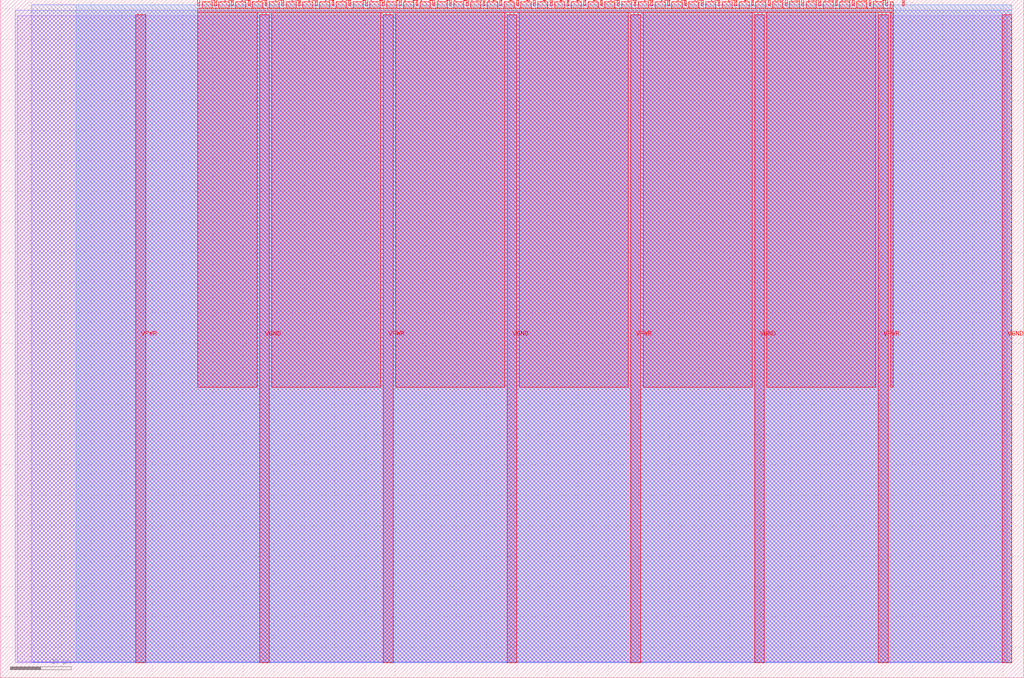
<source format=lef>
VERSION 5.7 ;
  NOWIREEXTENSIONATPIN ON ;
  DIVIDERCHAR "/" ;
  BUSBITCHARS "[]" ;
MACRO tt_um_algofoogle_vga_spi_rom_dup
  CLASS BLOCK ;
  FOREIGN tt_um_algofoogle_vga_spi_rom_dup ;
  ORIGIN 0.000 0.000 ;
  SIZE 168.360 BY 111.520 ;
  PIN VGND
    DIRECTION INOUT ;
    USE GROUND ;
    PORT
      LAYER met4 ;
        RECT 42.670 2.480 44.270 109.040 ;
    END
    PORT
      LAYER met4 ;
        RECT 83.380 2.480 84.980 109.040 ;
    END
    PORT
      LAYER met4 ;
        RECT 124.090 2.480 125.690 109.040 ;
    END
    PORT
      LAYER met4 ;
        RECT 164.800 2.480 166.400 109.040 ;
    END
  END VGND
  PIN VPWR
    DIRECTION INOUT ;
    USE POWER ;
    PORT
      LAYER met4 ;
        RECT 22.315 2.480 23.915 109.040 ;
    END
    PORT
      LAYER met4 ;
        RECT 63.025 2.480 64.625 109.040 ;
    END
    PORT
      LAYER met4 ;
        RECT 103.735 2.480 105.335 109.040 ;
    END
    PORT
      LAYER met4 ;
        RECT 144.445 2.480 146.045 109.040 ;
    END
  END VPWR
  PIN clk
    DIRECTION INPUT ;
    USE SIGNAL ;
    ANTENNAGATEAREA 0.852000 ;
    PORT
      LAYER met4 ;
        RECT 145.670 110.520 145.970 111.520 ;
    END
  END clk
  PIN ena
    DIRECTION INPUT ;
    USE SIGNAL ;
    PORT
      LAYER met4 ;
        RECT 148.430 110.520 148.730 111.520 ;
    END
  END ena
  PIN rst_n
    DIRECTION INPUT ;
    USE SIGNAL ;
    ANTENNAGATEAREA 0.213000 ;
    PORT
      LAYER met4 ;
        RECT 142.910 110.520 143.210 111.520 ;
    END
  END rst_n
  PIN ui_in[0]
    DIRECTION INPUT ;
    USE SIGNAL ;
    ANTENNAGATEAREA 0.196500 ;
    PORT
      LAYER met4 ;
        RECT 140.150 110.520 140.450 111.520 ;
    END
  END ui_in[0]
  PIN ui_in[1]
    DIRECTION INPUT ;
    USE SIGNAL ;
    ANTENNAGATEAREA 0.196500 ;
    PORT
      LAYER met4 ;
        RECT 137.390 110.520 137.690 111.520 ;
    END
  END ui_in[1]
  PIN ui_in[2]
    DIRECTION INPUT ;
    USE SIGNAL ;
    ANTENNAGATEAREA 0.196500 ;
    PORT
      LAYER met4 ;
        RECT 134.630 110.520 134.930 111.520 ;
    END
  END ui_in[2]
  PIN ui_in[3]
    DIRECTION INPUT ;
    USE SIGNAL ;
    PORT
      LAYER met4 ;
        RECT 131.870 110.520 132.170 111.520 ;
    END
  END ui_in[3]
  PIN ui_in[4]
    DIRECTION INPUT ;
    USE SIGNAL ;
    PORT
      LAYER met4 ;
        RECT 129.110 110.520 129.410 111.520 ;
    END
  END ui_in[4]
  PIN ui_in[5]
    DIRECTION INPUT ;
    USE SIGNAL ;
    ANTENNAGATEAREA 0.196500 ;
    PORT
      LAYER met4 ;
        RECT 126.350 110.520 126.650 111.520 ;
    END
  END ui_in[5]
  PIN ui_in[6]
    DIRECTION INPUT ;
    USE SIGNAL ;
    ANTENNAGATEAREA 0.196500 ;
    PORT
      LAYER met4 ;
        RECT 123.590 110.520 123.890 111.520 ;
    END
  END ui_in[6]
  PIN ui_in[7]
    DIRECTION INPUT ;
    USE SIGNAL ;
    ANTENNAGATEAREA 0.196500 ;
    PORT
      LAYER met4 ;
        RECT 120.830 110.520 121.130 111.520 ;
    END
  END ui_in[7]
  PIN uio_in[0]
    DIRECTION INPUT ;
    USE SIGNAL ;
    PORT
      LAYER met4 ;
        RECT 118.070 110.520 118.370 111.520 ;
    END
  END uio_in[0]
  PIN uio_in[1]
    DIRECTION INPUT ;
    USE SIGNAL ;
    ANTENNAGATEAREA 0.196500 ;
    PORT
      LAYER met4 ;
        RECT 115.310 110.520 115.610 111.520 ;
    END
  END uio_in[1]
  PIN uio_in[2]
    DIRECTION INPUT ;
    USE SIGNAL ;
    ANTENNAGATEAREA 0.196500 ;
    PORT
      LAYER met4 ;
        RECT 112.550 110.520 112.850 111.520 ;
    END
  END uio_in[2]
  PIN uio_in[3]
    DIRECTION INPUT ;
    USE SIGNAL ;
    PORT
      LAYER met4 ;
        RECT 109.790 110.520 110.090 111.520 ;
    END
  END uio_in[3]
  PIN uio_in[4]
    DIRECTION INPUT ;
    USE SIGNAL ;
    PORT
      LAYER met4 ;
        RECT 107.030 110.520 107.330 111.520 ;
    END
  END uio_in[4]
  PIN uio_in[5]
    DIRECTION INPUT ;
    USE SIGNAL ;
    PORT
      LAYER met4 ;
        RECT 104.270 110.520 104.570 111.520 ;
    END
  END uio_in[5]
  PIN uio_in[6]
    DIRECTION INPUT ;
    USE SIGNAL ;
    ANTENNAGATEAREA 0.196500 ;
    PORT
      LAYER met4 ;
        RECT 101.510 110.520 101.810 111.520 ;
    END
  END uio_in[6]
  PIN uio_in[7]
    DIRECTION INPUT ;
    USE SIGNAL ;
    ANTENNAGATEAREA 0.126000 ;
    PORT
      LAYER met4 ;
        RECT 98.750 110.520 99.050 111.520 ;
    END
  END uio_in[7]
  PIN uio_oe[0]
    DIRECTION OUTPUT TRISTATE ;
    USE SIGNAL ;
    PORT
      LAYER met4 ;
        RECT 51.830 110.520 52.130 111.520 ;
    END
  END uio_oe[0]
  PIN uio_oe[1]
    DIRECTION OUTPUT TRISTATE ;
    USE SIGNAL ;
    ANTENNADIFFAREA 1.242000 ;
    PORT
      LAYER met4 ;
        RECT 49.070 110.520 49.370 111.520 ;
    END
  END uio_oe[1]
  PIN uio_oe[2]
    DIRECTION OUTPUT TRISTATE ;
    USE SIGNAL ;
    PORT
      LAYER met4 ;
        RECT 46.310 110.520 46.610 111.520 ;
    END
  END uio_oe[2]
  PIN uio_oe[3]
    DIRECTION OUTPUT TRISTATE ;
    USE SIGNAL ;
    PORT
      LAYER met4 ;
        RECT 43.550 110.520 43.850 111.520 ;
    END
  END uio_oe[3]
  PIN uio_oe[4]
    DIRECTION OUTPUT TRISTATE ;
    USE SIGNAL ;
    PORT
      LAYER met4 ;
        RECT 40.790 110.520 41.090 111.520 ;
    END
  END uio_oe[4]
  PIN uio_oe[5]
    DIRECTION OUTPUT TRISTATE ;
    USE SIGNAL ;
    ANTENNADIFFAREA 0.795200 ;
    PORT
      LAYER met4 ;
        RECT 38.030 110.520 38.330 111.520 ;
    END
  END uio_oe[5]
  PIN uio_oe[6]
    DIRECTION OUTPUT TRISTATE ;
    USE SIGNAL ;
    PORT
      LAYER met4 ;
        RECT 35.270 110.520 35.570 111.520 ;
    END
  END uio_oe[6]
  PIN uio_oe[7]
    DIRECTION OUTPUT TRISTATE ;
    USE SIGNAL ;
    PORT
      LAYER met4 ;
        RECT 32.510 110.520 32.810 111.520 ;
    END
  END uio_oe[7]
  PIN uio_out[0]
    DIRECTION OUTPUT TRISTATE ;
    USE SIGNAL ;
    ANTENNADIFFAREA 0.445500 ;
    PORT
      LAYER met4 ;
        RECT 73.910 110.520 74.210 111.520 ;
    END
  END uio_out[0]
  PIN uio_out[1]
    DIRECTION OUTPUT TRISTATE ;
    USE SIGNAL ;
    ANTENNADIFFAREA 0.445500 ;
    PORT
      LAYER met4 ;
        RECT 71.150 110.520 71.450 111.520 ;
    END
  END uio_out[1]
  PIN uio_out[2]
    DIRECTION OUTPUT TRISTATE ;
    USE SIGNAL ;
    PORT
      LAYER met4 ;
        RECT 68.390 110.520 68.690 111.520 ;
    END
  END uio_out[2]
  PIN uio_out[3]
    DIRECTION OUTPUT TRISTATE ;
    USE SIGNAL ;
    ANTENNADIFFAREA 0.445500 ;
    PORT
      LAYER met4 ;
        RECT 65.630 110.520 65.930 111.520 ;
    END
  END uio_out[3]
  PIN uio_out[4]
    DIRECTION OUTPUT TRISTATE ;
    USE SIGNAL ;
    ANTENNADIFFAREA 0.445500 ;
    PORT
      LAYER met4 ;
        RECT 62.870 110.520 63.170 111.520 ;
    END
  END uio_out[4]
  PIN uio_out[5]
    DIRECTION OUTPUT TRISTATE ;
    USE SIGNAL ;
    PORT
      LAYER met4 ;
        RECT 60.110 110.520 60.410 111.520 ;
    END
  END uio_out[5]
  PIN uio_out[6]
    DIRECTION OUTPUT TRISTATE ;
    USE SIGNAL ;
    PORT
      LAYER met4 ;
        RECT 57.350 110.520 57.650 111.520 ;
    END
  END uio_out[6]
  PIN uio_out[7]
    DIRECTION OUTPUT TRISTATE ;
    USE SIGNAL ;
    PORT
      LAYER met4 ;
        RECT 54.590 110.520 54.890 111.520 ;
    END
  END uio_out[7]
  PIN uo_out[0]
    DIRECTION OUTPUT TRISTATE ;
    USE SIGNAL ;
    ANTENNADIFFAREA 1.484000 ;
    PORT
      LAYER met4 ;
        RECT 95.990 110.520 96.290 111.520 ;
    END
  END uo_out[0]
  PIN uo_out[1]
    DIRECTION OUTPUT TRISTATE ;
    USE SIGNAL ;
    ANTENNADIFFAREA 0.445500 ;
    PORT
      LAYER met4 ;
        RECT 93.230 110.520 93.530 111.520 ;
    END
  END uo_out[1]
  PIN uo_out[2]
    DIRECTION OUTPUT TRISTATE ;
    USE SIGNAL ;
    ANTENNADIFFAREA 1.484000 ;
    PORT
      LAYER met4 ;
        RECT 90.470 110.520 90.770 111.520 ;
    END
  END uo_out[2]
  PIN uo_out[3]
    DIRECTION OUTPUT TRISTATE ;
    USE SIGNAL ;
    ANTENNADIFFAREA 0.795200 ;
    PORT
      LAYER met4 ;
        RECT 87.710 110.520 88.010 111.520 ;
    END
  END uo_out[3]
  PIN uo_out[4]
    DIRECTION OUTPUT TRISTATE ;
    USE SIGNAL ;
    ANTENNADIFFAREA 1.484000 ;
    PORT
      LAYER met4 ;
        RECT 84.950 110.520 85.250 111.520 ;
    END
  END uo_out[4]
  PIN uo_out[5]
    DIRECTION OUTPUT TRISTATE ;
    USE SIGNAL ;
    ANTENNADIFFAREA 0.445500 ;
    PORT
      LAYER met4 ;
        RECT 82.190 110.520 82.490 111.520 ;
    END
  END uo_out[5]
  PIN uo_out[6]
    DIRECTION OUTPUT TRISTATE ;
    USE SIGNAL ;
    ANTENNADIFFAREA 1.484000 ;
    PORT
      LAYER met4 ;
        RECT 79.430 110.520 79.730 111.520 ;
    END
  END uo_out[6]
  PIN uo_out[7]
    DIRECTION OUTPUT TRISTATE ;
    USE SIGNAL ;
    ANTENNADIFFAREA 0.445500 ;
    PORT
      LAYER met4 ;
        RECT 76.670 110.520 76.970 111.520 ;
    END
  END uo_out[7]
  OBS
      LAYER li1 ;
        RECT 2.760 2.635 165.600 108.885 ;
      LAYER met1 ;
        RECT 2.460 2.480 166.400 109.780 ;
      LAYER met2 ;
        RECT 5.160 2.535 166.370 110.685 ;
      LAYER met3 ;
        RECT 12.485 2.555 166.390 110.665 ;
      LAYER met4 ;
        RECT 33.210 110.120 34.870 111.170 ;
        RECT 35.970 110.120 37.630 111.170 ;
        RECT 38.730 110.120 40.390 111.170 ;
        RECT 41.490 110.120 43.150 111.170 ;
        RECT 44.250 110.120 45.910 111.170 ;
        RECT 47.010 110.120 48.670 111.170 ;
        RECT 49.770 110.120 51.430 111.170 ;
        RECT 52.530 110.120 54.190 111.170 ;
        RECT 55.290 110.120 56.950 111.170 ;
        RECT 58.050 110.120 59.710 111.170 ;
        RECT 60.810 110.120 62.470 111.170 ;
        RECT 63.570 110.120 65.230 111.170 ;
        RECT 66.330 110.120 67.990 111.170 ;
        RECT 69.090 110.120 70.750 111.170 ;
        RECT 71.850 110.120 73.510 111.170 ;
        RECT 74.610 110.120 76.270 111.170 ;
        RECT 77.370 110.120 79.030 111.170 ;
        RECT 80.130 110.120 81.790 111.170 ;
        RECT 82.890 110.120 84.550 111.170 ;
        RECT 85.650 110.120 87.310 111.170 ;
        RECT 88.410 110.120 90.070 111.170 ;
        RECT 91.170 110.120 92.830 111.170 ;
        RECT 93.930 110.120 95.590 111.170 ;
        RECT 96.690 110.120 98.350 111.170 ;
        RECT 99.450 110.120 101.110 111.170 ;
        RECT 102.210 110.120 103.870 111.170 ;
        RECT 104.970 110.120 106.630 111.170 ;
        RECT 107.730 110.120 109.390 111.170 ;
        RECT 110.490 110.120 112.150 111.170 ;
        RECT 113.250 110.120 114.910 111.170 ;
        RECT 116.010 110.120 117.670 111.170 ;
        RECT 118.770 110.120 120.430 111.170 ;
        RECT 121.530 110.120 123.190 111.170 ;
        RECT 124.290 110.120 125.950 111.170 ;
        RECT 127.050 110.120 128.710 111.170 ;
        RECT 129.810 110.120 131.470 111.170 ;
        RECT 132.570 110.120 134.230 111.170 ;
        RECT 135.330 110.120 136.990 111.170 ;
        RECT 138.090 110.120 139.750 111.170 ;
        RECT 140.850 110.120 142.510 111.170 ;
        RECT 143.610 110.120 145.270 111.170 ;
        RECT 146.370 110.120 146.905 111.170 ;
        RECT 32.495 109.440 146.905 110.120 ;
        RECT 32.495 47.775 42.270 109.440 ;
        RECT 44.670 47.775 62.625 109.440 ;
        RECT 65.025 47.775 82.980 109.440 ;
        RECT 85.380 47.775 103.335 109.440 ;
        RECT 105.735 47.775 123.690 109.440 ;
        RECT 126.090 47.775 144.045 109.440 ;
        RECT 146.445 47.775 146.905 109.440 ;
  END
END tt_um_algofoogle_vga_spi_rom_dup
END LIBRARY


</source>
